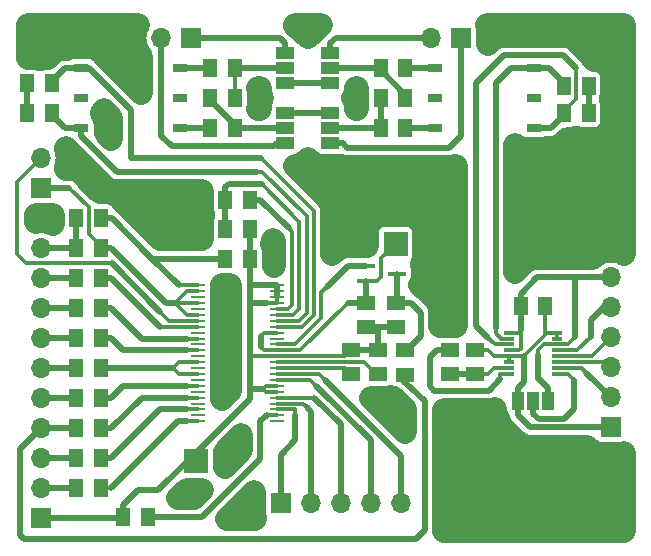
<source format=gbr>
G04 #@! TF.GenerationSoftware,KiCad,Pcbnew,(5.0.0-rc2-dev-420-gf42ca89bb)*
G04 #@! TF.CreationDate,2018-04-16T10:11:45+02:00*
G04 #@! TF.ProjectId,LTC6811Test,4C544336383131546573742E6B696361,REV 1*
G04 #@! TF.SameCoordinates,Original*
G04 #@! TF.FileFunction,Copper,L1,Top,Signal*
G04 #@! TF.FilePolarity,Positive*
%FSLAX46Y46*%
G04 Gerber Fmt 4.6, Leading zero omitted, Abs format (unit mm)*
G04 Created by KiCad (PCBNEW (5.0.0-rc2-dev-420-gf42ca89bb)) date 04/16/18 10:11:45*
%MOMM*%
%LPD*%
G01*
G04 APERTURE LIST*
%ADD10R,1.700000X1.700000*%
%ADD11O,1.700000X1.700000*%
%ADD12R,1.270000X0.760000*%
%ADD13R,1.500000X1.145000*%
%ADD14R,1.250000X0.250000*%
%ADD15R,1.145000X1.500000*%
%ADD16R,1.500000X1.000000*%
%ADD17R,1.000000X1.500000*%
%ADD18R,1.500000X0.450000*%
%ADD19R,0.900000X0.305000*%
%ADD20R,2.000000X2.000000*%
%ADD21C,0.500000*%
%ADD22C,0.300000*%
%ADD23C,0.550000*%
%ADD24C,2.000000*%
G04 APERTURE END LIST*
D10*
X102725000Y-107930000D03*
D11*
X102725000Y-105390000D03*
X102725000Y-102850000D03*
X102725000Y-100310000D03*
X102725000Y-97770000D03*
X102725000Y-95230000D03*
X102725000Y-92690000D03*
X102725000Y-90150000D03*
X102725000Y-87610000D03*
X102725000Y-85070000D03*
D12*
X136125000Y-74910000D03*
X144505000Y-74910000D03*
X136125000Y-72370000D03*
X144505000Y-72370000D03*
X136125000Y-69830000D03*
X144505000Y-69830000D03*
X106155000Y-74910000D03*
X114535000Y-74910000D03*
X106155000Y-72370000D03*
X114535000Y-72370000D03*
X106155000Y-69830000D03*
X114535000Y-69830000D03*
D11*
X112885000Y-67290000D03*
D10*
X115425000Y-67290000D03*
D13*
X132755000Y-89687500D03*
X132755000Y-91772500D03*
D14*
X122755000Y-88230000D03*
X116005000Y-88230000D03*
X122755000Y-88730000D03*
X116005000Y-88730000D03*
X122755000Y-89230000D03*
X116005000Y-89230000D03*
X122755000Y-89730000D03*
X116005000Y-89730000D03*
X122755000Y-90230000D03*
X116005000Y-90230000D03*
X122755000Y-90730000D03*
X116005000Y-90730000D03*
X122755000Y-91230000D03*
X116005000Y-91230000D03*
X122755000Y-91730000D03*
X116005000Y-91730000D03*
X122755000Y-92230000D03*
X116005000Y-92230000D03*
X122755000Y-92730000D03*
X116005000Y-92730000D03*
X122755000Y-93230000D03*
X116005000Y-93230000D03*
X122755000Y-93730000D03*
X116005000Y-93730000D03*
X122755000Y-94230000D03*
X116005000Y-94230000D03*
X122755000Y-94730000D03*
X116005000Y-94730000D03*
X122755000Y-95230000D03*
X116005000Y-95230000D03*
X122755000Y-95730000D03*
X116005000Y-95730000D03*
X122755000Y-96230000D03*
X116005000Y-96230000D03*
X122755000Y-96730000D03*
X116005000Y-96730000D03*
X122755000Y-97230000D03*
X116005000Y-97230000D03*
X122755000Y-97730000D03*
X116005000Y-97730000D03*
X122755000Y-98230000D03*
X116005000Y-98230000D03*
X122755000Y-98730000D03*
X116005000Y-98730000D03*
X122755000Y-99230000D03*
X116005000Y-99230000D03*
X122755000Y-99730000D03*
X116005000Y-99730000D03*
D15*
X107805000Y-100310000D03*
X105720000Y-100310000D03*
X101570000Y-71120000D03*
X103655000Y-71120000D03*
X147005000Y-71310500D03*
X149090000Y-71310500D03*
X145422500Y-89980000D03*
X143337500Y-89980000D03*
D13*
X128974200Y-93687500D03*
X128974200Y-95772500D03*
X131273600Y-95772500D03*
X131273600Y-93687500D03*
D15*
X120422500Y-85979000D03*
X118337500Y-85979000D03*
D13*
X130255000Y-89687500D03*
X130255000Y-91772500D03*
D10*
X138285000Y-67290000D03*
D11*
X135745000Y-67290000D03*
D10*
X150985000Y-100230000D03*
D11*
X150985000Y-97690000D03*
X150985000Y-95150000D03*
X150985000Y-92610000D03*
X150985000Y-90070000D03*
X150985000Y-87530000D03*
D10*
X102725000Y-79990000D03*
D11*
X102725000Y-77450000D03*
D10*
X123044000Y-106680000D03*
D11*
X125584000Y-106680000D03*
X128124000Y-106680000D03*
X130664000Y-106680000D03*
X133204000Y-106680000D03*
D16*
X123425000Y-76210000D03*
X123425000Y-74910000D03*
X123425000Y-73610000D03*
X127235000Y-76210000D03*
X127235000Y-74910000D03*
X127235000Y-73610000D03*
X123425000Y-71130000D03*
X123425000Y-69830000D03*
X123425000Y-68530000D03*
X127235000Y-71130000D03*
X127235000Y-69830000D03*
X127235000Y-68530000D03*
D17*
X143080000Y-97980000D03*
X144380000Y-97980000D03*
X145680000Y-97980000D03*
D18*
X130255000Y-86580000D03*
X130255000Y-87880000D03*
X132915000Y-87230000D03*
D15*
X119160000Y-74910000D03*
X117075000Y-74910000D03*
X133585000Y-74910000D03*
X131500000Y-74910000D03*
X103655000Y-73620000D03*
X101570000Y-73620000D03*
X149090000Y-73660000D03*
X147005000Y-73660000D03*
X117075000Y-72370000D03*
X119160000Y-72370000D03*
X131500000Y-72370000D03*
X133585000Y-72370000D03*
X117075000Y-69830000D03*
X119160000Y-69830000D03*
X131500000Y-69830000D03*
X133585000Y-69830000D03*
D13*
X137330000Y-95772500D03*
X137330000Y-93687500D03*
X139503200Y-95758000D03*
X139503200Y-93673000D03*
D15*
X105720000Y-82530000D03*
X107805000Y-82530000D03*
X107805000Y-85070000D03*
X105720000Y-85070000D03*
X105720000Y-87610000D03*
X107805000Y-87610000D03*
X107805000Y-90150000D03*
X105720000Y-90150000D03*
X107805000Y-92690000D03*
X105720000Y-92690000D03*
D13*
X133559600Y-93699500D03*
X133559600Y-95784500D03*
D15*
X107805000Y-95230000D03*
X105720000Y-95230000D03*
X105720000Y-97770000D03*
X107805000Y-97770000D03*
X105720000Y-102850000D03*
X107805000Y-102850000D03*
X107805000Y-105390000D03*
X105720000Y-105390000D03*
X120422500Y-80980000D03*
X118337500Y-80980000D03*
X111794200Y-107869360D03*
X109709200Y-107869360D03*
X120422500Y-83480000D03*
X118337500Y-83480000D03*
D19*
X142330000Y-95730000D03*
X146430000Y-95730000D03*
X142330000Y-95230000D03*
X146430000Y-95230000D03*
X142330000Y-94730000D03*
X146430000Y-94730000D03*
X142330000Y-94230000D03*
X146430000Y-94230000D03*
X142330000Y-93730000D03*
X146430000Y-93730000D03*
X142330000Y-93230000D03*
X146430000Y-93230000D03*
X142330000Y-92730000D03*
X146430000Y-92730000D03*
X142330000Y-92230000D03*
X146430000Y-92230000D03*
D20*
X132755000Y-84687500D03*
X115845640Y-103088440D03*
D21*
X101570000Y-73620000D02*
X101570000Y-71120000D01*
D22*
X125855000Y-90730000D02*
X125855000Y-81910000D01*
X122755000Y-91730000D02*
X124855000Y-91730000D01*
X124855000Y-91730000D02*
X125855000Y-90730000D01*
D21*
X104767500Y-69830000D02*
X103655000Y-70942500D01*
X103655000Y-70942500D02*
X103655000Y-71120000D01*
D22*
X125855000Y-81910000D02*
X121395000Y-77450000D01*
D21*
X106155000Y-69830000D02*
X104767500Y-69830000D01*
D22*
X106155000Y-69830000D02*
X106808000Y-69830000D01*
D21*
X106808000Y-69830000D02*
X110344000Y-73366000D01*
X121395000Y-77450000D02*
X110344000Y-77450000D01*
X110344000Y-73366000D02*
X110344000Y-77450000D01*
D22*
X141687498Y-92730000D02*
X141230000Y-92272502D01*
X142330000Y-92730000D02*
X141687498Y-92730000D01*
D21*
X141230000Y-71130000D02*
X142530000Y-69830000D01*
X142530000Y-69830000D02*
X144505000Y-69830000D01*
X144505000Y-69830000D02*
X145702000Y-69830000D01*
X145702000Y-69830000D02*
X147005000Y-71133000D01*
D22*
X147005000Y-71133000D02*
X147005000Y-71310500D01*
X141230000Y-92272502D02*
X141230000Y-91999200D01*
D21*
X141230000Y-71130000D02*
X141230000Y-91846000D01*
X149090000Y-71310500D02*
X149090000Y-73660000D01*
X143080000Y-99180000D02*
X144130000Y-100230000D01*
X143080000Y-97980000D02*
X143080000Y-99180000D01*
X144130000Y-100230000D02*
X150985000Y-100230000D01*
X143080000Y-97980000D02*
X143080000Y-96930000D01*
X143080000Y-96930000D02*
X143630000Y-96380000D01*
X143630000Y-96380000D02*
X143630000Y-94230000D01*
D22*
X142330000Y-94230000D02*
X142330000Y-94730000D01*
X145422500Y-92230000D02*
X145422500Y-92022500D01*
X145422500Y-92437500D02*
X145422500Y-92230000D01*
X146430000Y-92230000D02*
X145422500Y-92230000D01*
X143630000Y-94230000D02*
X145422500Y-92437500D01*
X142330000Y-94230000D02*
X143630000Y-94230000D01*
X146430000Y-92230000D02*
X146430000Y-92730000D01*
X145422500Y-92022500D02*
X145422500Y-89980000D01*
X141580000Y-94230000D02*
X142330000Y-94230000D01*
X141110200Y-94230000D02*
X141580000Y-94230000D01*
X140553200Y-93673000D02*
X141110200Y-94230000D01*
X139503200Y-93673000D02*
X140553200Y-93673000D01*
X144830000Y-93730000D02*
X145330000Y-93230000D01*
X145330000Y-93230000D02*
X146430000Y-93230000D01*
D21*
X145680000Y-97980000D02*
X145680000Y-96930000D01*
X145680000Y-96930000D02*
X144830000Y-96080000D01*
D22*
X143130000Y-92230000D02*
X143337500Y-92022500D01*
D21*
X143337500Y-92022500D02*
X143337500Y-89980000D01*
D22*
X142330000Y-92230000D02*
X143130000Y-92230000D01*
D21*
X149782919Y-87530000D02*
X150985000Y-87530000D01*
X143337500Y-88930000D02*
X144737500Y-87530000D01*
X143337500Y-89980000D02*
X143337500Y-88930000D01*
D22*
X144830000Y-96171600D02*
X144830000Y-96080000D01*
X143337500Y-93600100D02*
X143337500Y-92022500D01*
X142330000Y-93730000D02*
X143207600Y-93730000D01*
X143207600Y-93730000D02*
X143337500Y-93600100D01*
D21*
X144830000Y-96171600D02*
X144830000Y-94088800D01*
D22*
X144830000Y-93730000D02*
X144830000Y-94088800D01*
D21*
X147986800Y-87580800D02*
X148037600Y-87530000D01*
X147986800Y-92557600D02*
X147986800Y-87580800D01*
D22*
X147314400Y-93230000D02*
X147986800Y-92557600D01*
X146430000Y-93230000D02*
X147314400Y-93230000D01*
D21*
X144737500Y-87530000D02*
X148037600Y-87530000D01*
X148037600Y-87530000D02*
X149782919Y-87530000D01*
D22*
X123974200Y-94230000D02*
X128431700Y-94230000D01*
X128431700Y-94230000D02*
X128974200Y-93687500D01*
D21*
X128974200Y-93687500D02*
X131474200Y-93687500D01*
X120422500Y-94230000D02*
X120422500Y-89730000D01*
X120422500Y-96962500D02*
X120422500Y-94230000D01*
D22*
X122755000Y-94230000D02*
X120422500Y-94230000D01*
D21*
X120422500Y-89730000D02*
X120422500Y-88230000D01*
D22*
X122755000Y-89730000D02*
X121830000Y-89730000D01*
D21*
X120422500Y-88230000D02*
X120422500Y-85979000D01*
X122755000Y-88230000D02*
X121955000Y-88230000D01*
X120422500Y-85979000D02*
X120422500Y-83480000D01*
D22*
X122755000Y-89230000D02*
X122755000Y-89730000D01*
D21*
X122755000Y-88730000D02*
X122755000Y-89230000D01*
X122755000Y-88230000D02*
X122755000Y-88730000D01*
D22*
X121505000Y-96980000D02*
X121755000Y-97230000D01*
X121755000Y-97230000D02*
X122755000Y-97230000D01*
X121505000Y-96980000D02*
X121755000Y-96730000D01*
X121755000Y-96730000D02*
X122755000Y-96730000D01*
X109648560Y-107930000D02*
X109709200Y-107869360D01*
D21*
X102725000Y-107930000D02*
X109648560Y-107930000D01*
D22*
X109709200Y-107869360D02*
X109709200Y-107691860D01*
D21*
X109709200Y-106819360D02*
X109709200Y-107869360D01*
X110945840Y-105582720D02*
X109709200Y-106819360D01*
X112670640Y-105582720D02*
X110945840Y-105582720D01*
X121505000Y-96980000D02*
X120405000Y-96980000D01*
X120405000Y-96980000D02*
X120405000Y-97848360D01*
X121955000Y-88230000D02*
X120422500Y-88230000D01*
X121830000Y-89730000D02*
X120422500Y-89730000D01*
X120405000Y-97848360D02*
X116379040Y-101874320D01*
X116379040Y-101874320D02*
X112670640Y-105582720D01*
D22*
X116379040Y-102555040D02*
X115845640Y-103088440D01*
X116379040Y-101874320D02*
X116379040Y-102555040D01*
X123974200Y-94230000D02*
X122755000Y-94230000D01*
D21*
X132755000Y-91772500D02*
X131527600Y-91772500D01*
X131273600Y-93687500D02*
X131273600Y-92815000D01*
X131273600Y-92815000D02*
X131273600Y-91772500D01*
X131527600Y-91772500D02*
X131273600Y-91772500D01*
X131273600Y-91772500D02*
X130255000Y-91772500D01*
D22*
X123974200Y-95230000D02*
X128431700Y-95230000D01*
X128431700Y-95230000D02*
X128974200Y-95772500D01*
X123974200Y-95230000D02*
X122755000Y-95230000D01*
X131096100Y-95772500D02*
X131273600Y-95772500D01*
X130065600Y-94742000D02*
X131096100Y-95772500D01*
X124517200Y-94742000D02*
X130065600Y-94742000D01*
X124505200Y-94730000D02*
X124517200Y-94742000D01*
X122755000Y-94730000D02*
X124505200Y-94730000D01*
D21*
X107805000Y-82530000D02*
X108705000Y-82530000D01*
D22*
X116004990Y-88229990D02*
X116005000Y-88230000D01*
X114404990Y-88229990D02*
X116004990Y-88229990D01*
D21*
X112154000Y-85979000D02*
X112071200Y-85896200D01*
X118337500Y-85979000D02*
X112154000Y-85979000D01*
X108705000Y-82530000D02*
X112071200Y-85896200D01*
X112071200Y-85896200D02*
X114404990Y-88229990D01*
D22*
X131147500Y-87880000D02*
X131505000Y-87522500D01*
X130255000Y-87880000D02*
X131147500Y-87880000D01*
X131505000Y-87522500D02*
X131505000Y-85937500D01*
X131505000Y-85937500D02*
X132755000Y-84687500D01*
D21*
X130255000Y-89687500D02*
X130255000Y-87880000D01*
D22*
X121655000Y-92230000D02*
X121355000Y-92530000D01*
X122755000Y-92230000D02*
X121655000Y-92230000D01*
D21*
X121355000Y-92530000D02*
X121355000Y-93430000D01*
D22*
X121355000Y-93430000D02*
X121655000Y-93730000D01*
X121655000Y-93730000D02*
X122755000Y-93730000D01*
X122755000Y-93730000D02*
X124655000Y-93730000D01*
D21*
X128697500Y-89687500D02*
X130255000Y-89687500D01*
D22*
X124655000Y-93730000D02*
X128697500Y-89687500D01*
D21*
X132915000Y-87230000D02*
X132915000Y-89527500D01*
X132915000Y-89527500D02*
X132755000Y-89687500D01*
X134042300Y-89687500D02*
X132755000Y-89687500D01*
X134880400Y-90525600D02*
X134042300Y-89687500D01*
X134880400Y-92556200D02*
X134880400Y-92354400D01*
X133737100Y-93699500D02*
X134880400Y-92556200D01*
X133559600Y-93699500D02*
X133737100Y-93699500D01*
X134880400Y-92354400D02*
X134880400Y-90525600D01*
X112885000Y-67290000D02*
X112885000Y-75545000D01*
X123425000Y-76210000D02*
X122729200Y-76210000D01*
X122729200Y-76210000D02*
X122485200Y-76454000D01*
X113794000Y-76454000D02*
X112885000Y-75545000D01*
X122485200Y-76454000D02*
X113794000Y-76454000D01*
X115425000Y-67290000D02*
X122985000Y-67290000D01*
X122985000Y-67290000D02*
X123425000Y-67730000D01*
X123425000Y-67730000D02*
X123425000Y-68530000D01*
X138285000Y-67290000D02*
X138285000Y-75545000D01*
X128285000Y-76210000D02*
X128630600Y-76555600D01*
X127235000Y-76210000D02*
X128285000Y-76210000D01*
X137274400Y-76555600D02*
X138285000Y-75545000D01*
X128630600Y-76555600D02*
X137274400Y-76555600D01*
X135745000Y-67290000D02*
X127675000Y-67290000D01*
X127675000Y-67290000D02*
X127235000Y-67730000D01*
X127235000Y-67730000D02*
X127235000Y-68530000D01*
D22*
X106762500Y-81619998D02*
X106762500Y-83850000D01*
X106762500Y-83850000D02*
X107805000Y-84892500D01*
D21*
X107805000Y-84892500D02*
X107805000Y-85070000D01*
X102725000Y-79990000D02*
X105132502Y-79990000D01*
D22*
X105132502Y-79990000D02*
X106762500Y-81619998D01*
X115080000Y-90730000D02*
X114080000Y-89730000D01*
D21*
X114080000Y-89730000D02*
X113337500Y-89730000D01*
X113337500Y-89730000D02*
X114105000Y-89730000D01*
X114105000Y-89705000D02*
X114105000Y-89730000D01*
X107805000Y-85070000D02*
X108677500Y-85070000D01*
X108677500Y-85070000D02*
X113337500Y-89730000D01*
D22*
X115080000Y-88730000D02*
X114105000Y-89705000D01*
X116005000Y-90730000D02*
X115080000Y-90730000D01*
X115080000Y-89730000D02*
X116005000Y-89730000D01*
X114105000Y-89730000D02*
X115080000Y-89730000D01*
X116005000Y-88730000D02*
X115080000Y-88730000D01*
X100725000Y-79450000D02*
X100725000Y-85570000D01*
X102725000Y-77450000D02*
X100725000Y-79450000D01*
X100725000Y-85570000D02*
X101495000Y-86340000D01*
X101495000Y-86340000D02*
X108715000Y-86340000D01*
X113605000Y-91230000D02*
X116005000Y-91230000D01*
X108715000Y-86340000D02*
X108715000Y-86341360D01*
D21*
X108715000Y-86341360D02*
X112843360Y-90469720D01*
D22*
X112844720Y-90469720D02*
X113605000Y-91230000D01*
X112843360Y-90469720D02*
X112844720Y-90469720D01*
D21*
X123044000Y-102565200D02*
X124255000Y-101354200D01*
X123044000Y-106680000D02*
X123044000Y-102565200D01*
X124255000Y-101354200D02*
X124255000Y-99220600D01*
D22*
X124255000Y-98730000D02*
X122755000Y-98730000D01*
X124255000Y-99220600D02*
X124255000Y-98730000D01*
X125584000Y-98961000D02*
X125585000Y-98960000D01*
D21*
X125584000Y-106680000D02*
X125584000Y-98961000D01*
D22*
X125584000Y-98961000D02*
X125584000Y-98958400D01*
X125584000Y-98961000D02*
X125584000Y-98907600D01*
D21*
X125584000Y-98907600D02*
X125228400Y-98552000D01*
D22*
X124906400Y-98230000D02*
X125228400Y-98552000D01*
X122755000Y-98230000D02*
X124906400Y-98230000D01*
D21*
X128124000Y-99974400D02*
X128124000Y-106680000D01*
D22*
X122755000Y-97730000D02*
X125879600Y-97730000D01*
D21*
X125879600Y-97730000D02*
X128124000Y-99974400D01*
X130664000Y-101346000D02*
X130664000Y-106680000D01*
D22*
X122755000Y-96230000D02*
X125548000Y-96230000D01*
D21*
X130664000Y-101346000D02*
X126041200Y-96723200D01*
D22*
X125548000Y-96230000D02*
X126041200Y-96723200D01*
X122755000Y-95730000D02*
X126267200Y-95730000D01*
D21*
X133204000Y-102666800D02*
X133204000Y-106680000D01*
D22*
X126267200Y-95730000D02*
X126803200Y-96266000D01*
D21*
X126803200Y-96266000D02*
X133204000Y-102666800D01*
X102725000Y-105390000D02*
X105720000Y-105390000D01*
X102725000Y-102850000D02*
X105720000Y-102850000D01*
X102725000Y-100310000D02*
X105720000Y-100310000D01*
X101875001Y-101159999D02*
X101875001Y-101178999D01*
X102725000Y-100310000D02*
X101875001Y-101159999D01*
X101875001Y-101178999D02*
X100946000Y-102108000D01*
X100946000Y-102108000D02*
X100946000Y-109151000D01*
X100946000Y-109151000D02*
X100946000Y-109321600D01*
X100946000Y-109321600D02*
X101301600Y-109677200D01*
X134457800Y-109677200D02*
X135205000Y-108930000D01*
X101301600Y-109677200D02*
X134457800Y-109677200D01*
X135205000Y-98045000D02*
X135205000Y-108930000D01*
X135205000Y-98045000D02*
X133974200Y-96814200D01*
D22*
X133559600Y-96316800D02*
X133559600Y-95784500D01*
D21*
X133508800Y-96367600D02*
X133559600Y-96316800D01*
X133974200Y-96814200D02*
X133955400Y-96814200D01*
X133955400Y-96814200D02*
X133508800Y-96367600D01*
X102725000Y-97770000D02*
X105720000Y-97770000D01*
X102725000Y-95230000D02*
X105720000Y-95230000D01*
X102725000Y-92690000D02*
X105720000Y-92690000D01*
X102725000Y-90150000D02*
X105720000Y-90150000D01*
X102725000Y-87610000D02*
X105720000Y-87610000D01*
X105720000Y-85070000D02*
X105720000Y-82530000D01*
X102725000Y-85070000D02*
X105720000Y-85070000D01*
X119160000Y-74910000D02*
X123425000Y-74910000D01*
D22*
X117075000Y-72370000D02*
X117075000Y-72547500D01*
D21*
X117075000Y-72547500D02*
X119160000Y-74632500D01*
D22*
X119160000Y-74632500D02*
X119160000Y-74910000D01*
D21*
X123425000Y-73610000D02*
X127235000Y-73610000D01*
X131500000Y-74910000D02*
X131500000Y-72370000D01*
X127235000Y-74910000D02*
X131500000Y-74910000D01*
X123425000Y-71130000D02*
X127235000Y-71130000D01*
X119160000Y-69830000D02*
X123425000Y-69830000D01*
D22*
X119160000Y-72370000D02*
X119160000Y-69830000D01*
D21*
X127235000Y-69830000D02*
X131500000Y-69830000D01*
D22*
X131500000Y-69830000D02*
X131500000Y-70007500D01*
D21*
X131500000Y-70007500D02*
X133585000Y-72092500D01*
D22*
X133585000Y-72092500D02*
X133585000Y-72370000D01*
D21*
X144880000Y-99580000D02*
X144380000Y-99080000D01*
X146980000Y-99580000D02*
X144880000Y-99580000D01*
X147830000Y-98730000D02*
X146980000Y-99580000D01*
X147830000Y-96230000D02*
X147830000Y-98730000D01*
D22*
X146430000Y-95730000D02*
X147330000Y-95730000D01*
X147330000Y-95730000D02*
X147830000Y-96230000D01*
D21*
X144380000Y-99080000D02*
X144380000Y-97980000D01*
X130255000Y-86580000D02*
X128705000Y-86580000D01*
D22*
X128705000Y-86580000D02*
X128705000Y-86591800D01*
D21*
X128705000Y-86591800D02*
X126955600Y-88341200D01*
D22*
X126466800Y-88830000D02*
X126955600Y-88341200D01*
X126455000Y-88830000D02*
X126466800Y-88830000D01*
X126455000Y-91030000D02*
X126455000Y-88830000D01*
X122755000Y-93230000D02*
X124255000Y-93230000D01*
X124255000Y-93230000D02*
X126455000Y-91030000D01*
D21*
X114535000Y-74910000D02*
X117075000Y-74910000D01*
X133585000Y-74910000D02*
X136125000Y-74910000D01*
X106155000Y-74910000D02*
X104767500Y-74910000D01*
X104767500Y-74910000D02*
X103655000Y-73797500D01*
X103655000Y-73797500D02*
X103655000Y-73620000D01*
X106155000Y-75590000D02*
X109152600Y-78587600D01*
X106155000Y-74910000D02*
X106155000Y-75590000D01*
X109152600Y-78587600D02*
X120453200Y-78587600D01*
X120453200Y-78587600D02*
X121062800Y-78587600D01*
D22*
X124555000Y-91230000D02*
X122755000Y-91230000D01*
X125255000Y-90530000D02*
X124555000Y-91230000D01*
X125255000Y-82373400D02*
X125255000Y-90530000D01*
X121062800Y-78587600D02*
X121469200Y-78587600D01*
X121469200Y-78587600D02*
X125255000Y-82373400D01*
D21*
X146930000Y-68730000D02*
X148030000Y-69830000D01*
D22*
X148030000Y-69830000D02*
X148030000Y-72457500D01*
X148030000Y-72457500D02*
X147005000Y-73482500D01*
D21*
X147005000Y-73482500D02*
X147005000Y-73660000D01*
X144505000Y-74910000D02*
X145932500Y-74910000D01*
X145932500Y-74910000D02*
X147005000Y-73837500D01*
X147005000Y-73837500D02*
X147005000Y-73660000D01*
D22*
X142951192Y-68730000D02*
X142948792Y-68732400D01*
D21*
X142948792Y-68732400D02*
X141941600Y-68732400D01*
X146930000Y-68730000D02*
X142951192Y-68730000D01*
X141941600Y-68732400D02*
X139554000Y-71120000D01*
D23*
X139554000Y-71120000D02*
X139554000Y-91454000D01*
D21*
X139554000Y-91454000D02*
X139554000Y-91643200D01*
X139554000Y-91643200D02*
X140620800Y-92710000D01*
D22*
X141140800Y-93230000D02*
X140620800Y-92710000D01*
X142330000Y-93230000D02*
X141140800Y-93230000D01*
D21*
X114535000Y-69830000D02*
X117075000Y-69830000D01*
X133585000Y-69830000D02*
X136125000Y-69830000D01*
X139488700Y-95772500D02*
X139503200Y-95758000D01*
X137330000Y-95772500D02*
X139488700Y-95772500D01*
D22*
X141580000Y-95230000D02*
X142330000Y-95230000D01*
X141081200Y-95230000D02*
X141580000Y-95230000D01*
X140553200Y-95758000D02*
X141081200Y-95230000D01*
X139503200Y-95758000D02*
X140553200Y-95758000D01*
X142330000Y-95730000D02*
X141630000Y-95730000D01*
D21*
X137152500Y-93687500D02*
X137330000Y-93687500D01*
X136280000Y-93687500D02*
X135642400Y-94325100D01*
X137330000Y-93687500D02*
X136280000Y-93687500D01*
X135642400Y-94325100D02*
X135642400Y-96774000D01*
X135642400Y-96774000D02*
X135998000Y-97129600D01*
X135998000Y-97129600D02*
X140671600Y-97129600D01*
D22*
X141630000Y-96171200D02*
X141630000Y-95730000D01*
D21*
X140671600Y-97129600D02*
X141630000Y-96171200D01*
X107805000Y-87610000D02*
X108677500Y-87610000D01*
X108677500Y-87610000D02*
X112797500Y-91730000D01*
D22*
X115080000Y-91730000D02*
X116005000Y-91730000D01*
X112797500Y-91730000D02*
X115080000Y-91730000D01*
D21*
X107805000Y-90150000D02*
X108677500Y-90150000D01*
X108677500Y-90150000D02*
X111257500Y-92730000D01*
D22*
X115080000Y-92730000D02*
X116005000Y-92730000D01*
D21*
X111257500Y-92730000D02*
X115080000Y-92730000D01*
X107805000Y-92690000D02*
X108677500Y-92690000D01*
X108677500Y-92690000D02*
X109717500Y-93730000D01*
X109717500Y-93730000D02*
X115080000Y-93730000D01*
D22*
X115080000Y-93730000D02*
X116005000Y-93730000D01*
D21*
X113905000Y-95230000D02*
X107805000Y-95230000D01*
D22*
X113905000Y-95230000D02*
X114405000Y-95730000D01*
X114405000Y-94730000D02*
X113905000Y-95230000D01*
X114405000Y-95730000D02*
X116005000Y-95730000D01*
X116005000Y-94730000D02*
X114405000Y-94730000D01*
D21*
X107805000Y-97770000D02*
X108677500Y-97770000D01*
X108677500Y-97770000D02*
X109717500Y-96730000D01*
D22*
X115080000Y-96730000D02*
X116005000Y-96730000D01*
D21*
X109717500Y-96730000D02*
X115080000Y-96730000D01*
X107805000Y-100310000D02*
X108677500Y-100310000D01*
X108677500Y-100310000D02*
X111257500Y-97730000D01*
D22*
X115080000Y-97730000D02*
X116005000Y-97730000D01*
D21*
X111257500Y-97730000D02*
X115080000Y-97730000D01*
X107805000Y-102850000D02*
X108677500Y-102850000D01*
X108677500Y-102850000D02*
X112797500Y-98730000D01*
X112797500Y-98730000D02*
X115080000Y-98730000D01*
D22*
X115080000Y-98730000D02*
X116005000Y-98730000D01*
D21*
X108645000Y-105390000D02*
X114305000Y-99730000D01*
D22*
X107805000Y-105390000D02*
X108645000Y-105390000D01*
D21*
X114305000Y-99730000D02*
X115080000Y-99730000D01*
D22*
X115080000Y-99730000D02*
X116005000Y-99730000D01*
X123680000Y-90230000D02*
X122755000Y-90230000D01*
X124004990Y-89905010D02*
X123680000Y-90230000D01*
X124004990Y-83689990D02*
X124004990Y-89905010D01*
D21*
X121295000Y-80980000D02*
X123704400Y-83389400D01*
X120422500Y-80980000D02*
X121295000Y-80980000D01*
D22*
X123704400Y-83389400D02*
X124004990Y-83689990D01*
D21*
X118337500Y-83480000D02*
X118337500Y-80980000D01*
D22*
X124104980Y-90730000D02*
X123680000Y-90730000D01*
D21*
X118337500Y-80980000D02*
X118337500Y-79930000D01*
X118337500Y-79930000D02*
X118637510Y-79629990D01*
X118637510Y-79629990D02*
X121404990Y-79629990D01*
D22*
X123680000Y-90730000D02*
X122755000Y-90730000D01*
X121404990Y-79629990D02*
X124604990Y-82829990D01*
X124604990Y-82829990D02*
X124604990Y-90229990D01*
X124604990Y-90229990D02*
X124104980Y-90730000D01*
X121830000Y-99230000D02*
X122755000Y-99230000D01*
D21*
X116332682Y-107869360D02*
X121311720Y-102890322D01*
X111794200Y-107869360D02*
X116332682Y-107869360D01*
X121311720Y-99748280D02*
X121830000Y-99230000D01*
X121311720Y-102890322D02*
X121311720Y-99748280D01*
X148901200Y-95606200D02*
X150985000Y-97690000D01*
D22*
X148901200Y-95605600D02*
X148901200Y-95606200D01*
X146430000Y-95230000D02*
X148525600Y-95230000D01*
X148525600Y-95230000D02*
X148901200Y-95605600D01*
X146430000Y-94730000D02*
X150565000Y-94730000D01*
X150565000Y-94730000D02*
X150985000Y-95150000D01*
X146430000Y-94230000D02*
X149365000Y-94230000D01*
X149365000Y-94230000D02*
X150985000Y-92610000D01*
X148130000Y-93730000D02*
X149280000Y-92580000D01*
X146430000Y-93730000D02*
X148130000Y-93730000D01*
D21*
X149280000Y-92580000D02*
X149280000Y-91180000D01*
X149280000Y-91180000D02*
X150390000Y-90070000D01*
D22*
X150390000Y-90070000D02*
X150985000Y-90070000D01*
D24*
G36*
X141152573Y-98730000D02*
X141261229Y-99276253D01*
X141482772Y-99607815D01*
X141525734Y-99823798D01*
X141890418Y-100369583D01*
X142028185Y-100461636D01*
X142848363Y-101281815D01*
X142940417Y-101419583D01*
X143486202Y-101784266D01*
X143967491Y-101880000D01*
X143967495Y-101880000D01*
X144129999Y-101912324D01*
X144292503Y-101880000D01*
X148985778Y-101880000D01*
X149125657Y-102089343D01*
X149588747Y-102398771D01*
X150135000Y-102507427D01*
X151835000Y-102507427D01*
X152075001Y-102459688D01*
X152075001Y-109020000D01*
X136869422Y-109020000D01*
X136887324Y-108930001D01*
X136855000Y-108767497D01*
X136855000Y-98779600D01*
X140509096Y-98779600D01*
X140671600Y-98811924D01*
X140834104Y-98779600D01*
X140834109Y-98779600D01*
X141152573Y-98716254D01*
X141152573Y-98730000D01*
X141152573Y-98730000D01*
G37*
X141152573Y-98730000D02*
X141261229Y-99276253D01*
X141482772Y-99607815D01*
X141525734Y-99823798D01*
X141890418Y-100369583D01*
X142028185Y-100461636D01*
X142848363Y-101281815D01*
X142940417Y-101419583D01*
X143486202Y-101784266D01*
X143967491Y-101880000D01*
X143967495Y-101880000D01*
X144129999Y-101912324D01*
X144292503Y-101880000D01*
X148985778Y-101880000D01*
X149125657Y-102089343D01*
X149588747Y-102398771D01*
X150135000Y-102507427D01*
X151835000Y-102507427D01*
X152075001Y-102459688D01*
X152075001Y-109020000D01*
X136869422Y-109020000D01*
X136887324Y-108930001D01*
X136855000Y-108767497D01*
X136855000Y-98779600D01*
X140509096Y-98779600D01*
X140671600Y-98811924D01*
X140834104Y-98779600D01*
X140834109Y-98779600D01*
X141152573Y-98716254D01*
X141152573Y-98730000D01*
G36*
X120766573Y-105830000D02*
X120766573Y-107530000D01*
X120865472Y-108027200D01*
X118508293Y-108027200D01*
X120781739Y-105753755D01*
X120766573Y-105830000D01*
X120766573Y-105830000D01*
G37*
X120766573Y-105830000D02*
X120766573Y-107530000D01*
X120865472Y-108027200D01*
X118508293Y-108027200D01*
X120781739Y-105753755D01*
X120766573Y-105830000D01*
G36*
X115649231Y-106219360D02*
X114367451Y-106219360D01*
X115070944Y-105515867D01*
X116352724Y-105515867D01*
X115649231Y-106219360D01*
X115649231Y-106219360D01*
G37*
X115649231Y-106219360D02*
X114367451Y-106219360D01*
X115070944Y-105515867D01*
X116352724Y-105515867D01*
X115649231Y-106219360D01*
G36*
X119661720Y-102206869D02*
X118273067Y-103595523D01*
X118273067Y-102313744D01*
X119661721Y-100925091D01*
X119661720Y-102206869D01*
X119661720Y-102206869D01*
G37*
X119661720Y-102206869D02*
X118273067Y-103595523D01*
X118273067Y-102313744D01*
X119661721Y-100925091D01*
X119661720Y-102206869D01*
G36*
X132538189Y-97730440D02*
X132673761Y-97866012D01*
X132765817Y-98003783D01*
X132960244Y-98133695D01*
X133555000Y-98728452D01*
X133555000Y-100684348D01*
X130643079Y-97772427D01*
X132023600Y-97772427D01*
X132386436Y-97700255D01*
X132538189Y-97730440D01*
X132538189Y-97730440D01*
G37*
X132538189Y-97730440D02*
X132673761Y-97866012D01*
X132765817Y-98003783D01*
X132960244Y-98133695D01*
X133555000Y-98728452D01*
X133555000Y-100684348D01*
X130643079Y-97772427D01*
X132023600Y-97772427D01*
X132386436Y-97700255D01*
X132538189Y-97730440D01*
G36*
X118740175Y-88230000D02*
X118772500Y-88392508D01*
X118772500Y-89567491D01*
X118740175Y-89730000D01*
X118772501Y-89892514D01*
X118772500Y-94392508D01*
X118772501Y-94392512D01*
X118772500Y-96729511D01*
X118722675Y-96980000D01*
X118755000Y-97142509D01*
X118755000Y-97164907D01*
X118055570Y-97864338D01*
X118057427Y-97855000D01*
X118057427Y-97605000D01*
X118032563Y-97480000D01*
X118057427Y-97355000D01*
X118057427Y-97105000D01*
X118032563Y-96980000D01*
X118057427Y-96855000D01*
X118057427Y-96605000D01*
X118032563Y-96480000D01*
X118057427Y-96355000D01*
X118057427Y-96105000D01*
X118032563Y-95980000D01*
X118057427Y-95855000D01*
X118057427Y-95605000D01*
X118032563Y-95480000D01*
X118057427Y-95355000D01*
X118057427Y-95105000D01*
X118032563Y-94980000D01*
X118057427Y-94855000D01*
X118057427Y-94605000D01*
X118032563Y-94480000D01*
X118057427Y-94355000D01*
X118057427Y-94105000D01*
X118032563Y-93980000D01*
X118057427Y-93855000D01*
X118057427Y-93605000D01*
X118032563Y-93480000D01*
X118057427Y-93355000D01*
X118057427Y-93105000D01*
X118032563Y-92980000D01*
X118057427Y-92855000D01*
X118057427Y-92605000D01*
X118032563Y-92480000D01*
X118057427Y-92355000D01*
X118057427Y-92105000D01*
X118032563Y-91980000D01*
X118057427Y-91855000D01*
X118057427Y-91605000D01*
X118032563Y-91480000D01*
X118057427Y-91355000D01*
X118057427Y-91105000D01*
X118032563Y-90980000D01*
X118057427Y-90855000D01*
X118057427Y-90605000D01*
X118032563Y-90480000D01*
X118057427Y-90355000D01*
X118057427Y-90105000D01*
X118032563Y-89980000D01*
X118057427Y-89855000D01*
X118057427Y-89605000D01*
X118032563Y-89480000D01*
X118057427Y-89355000D01*
X118057427Y-89105000D01*
X118032563Y-88980000D01*
X118057427Y-88855000D01*
X118057427Y-88605000D01*
X118032563Y-88480000D01*
X118057427Y-88355000D01*
X118057427Y-88156427D01*
X118754810Y-88156427D01*
X118740175Y-88230000D01*
X118740175Y-88230000D01*
G37*
X118740175Y-88230000D02*
X118772500Y-88392508D01*
X118772500Y-89567491D01*
X118740175Y-89730000D01*
X118772501Y-89892514D01*
X118772500Y-94392508D01*
X118772501Y-94392512D01*
X118772500Y-96729511D01*
X118722675Y-96980000D01*
X118755000Y-97142509D01*
X118755000Y-97164907D01*
X118055570Y-97864338D01*
X118057427Y-97855000D01*
X118057427Y-97605000D01*
X118032563Y-97480000D01*
X118057427Y-97355000D01*
X118057427Y-97105000D01*
X118032563Y-96980000D01*
X118057427Y-96855000D01*
X118057427Y-96605000D01*
X118032563Y-96480000D01*
X118057427Y-96355000D01*
X118057427Y-96105000D01*
X118032563Y-95980000D01*
X118057427Y-95855000D01*
X118057427Y-95605000D01*
X118032563Y-95480000D01*
X118057427Y-95355000D01*
X118057427Y-95105000D01*
X118032563Y-94980000D01*
X118057427Y-94855000D01*
X118057427Y-94605000D01*
X118032563Y-94480000D01*
X118057427Y-94355000D01*
X118057427Y-94105000D01*
X118032563Y-93980000D01*
X118057427Y-93855000D01*
X118057427Y-93605000D01*
X118032563Y-93480000D01*
X118057427Y-93355000D01*
X118057427Y-93105000D01*
X118032563Y-92980000D01*
X118057427Y-92855000D01*
X118057427Y-92605000D01*
X118032563Y-92480000D01*
X118057427Y-92355000D01*
X118057427Y-92105000D01*
X118032563Y-91980000D01*
X118057427Y-91855000D01*
X118057427Y-91605000D01*
X118032563Y-91480000D01*
X118057427Y-91355000D01*
X118057427Y-91105000D01*
X118032563Y-90980000D01*
X118057427Y-90855000D01*
X118057427Y-90605000D01*
X118032563Y-90480000D01*
X118057427Y-90355000D01*
X118057427Y-90105000D01*
X118032563Y-89980000D01*
X118057427Y-89855000D01*
X118057427Y-89605000D01*
X118032563Y-89480000D01*
X118057427Y-89355000D01*
X118057427Y-89105000D01*
X118032563Y-88980000D01*
X118057427Y-88855000D01*
X118057427Y-88605000D01*
X118032563Y-88480000D01*
X118057427Y-88355000D01*
X118057427Y-88156427D01*
X118754810Y-88156427D01*
X118740175Y-88230000D01*
G36*
X125475657Y-77719343D02*
X125938747Y-78028771D01*
X126485000Y-78137427D01*
X127985000Y-78137427D01*
X128055181Y-78123467D01*
X128468091Y-78205600D01*
X128468095Y-78205600D01*
X128630599Y-78237924D01*
X128793103Y-78205600D01*
X137111896Y-78205600D01*
X137274400Y-78237924D01*
X137436904Y-78205600D01*
X137436909Y-78205600D01*
X137879000Y-78117663D01*
X137879001Y-91606375D01*
X137871676Y-91643200D01*
X137880502Y-91687573D01*
X136580000Y-91687573D01*
X136530400Y-91697439D01*
X136530400Y-90688103D01*
X136562724Y-90525599D01*
X136530400Y-90363095D01*
X136530400Y-90363091D01*
X136434666Y-89881802D01*
X136069983Y-89336017D01*
X135932215Y-89243963D01*
X135323938Y-88635687D01*
X135231883Y-88497917D01*
X134830924Y-88230004D01*
X134983771Y-88001253D01*
X135092427Y-87455000D01*
X135092427Y-87005000D01*
X134983771Y-86458747D01*
X134953603Y-86413597D01*
X135073771Y-86233753D01*
X135182427Y-85687500D01*
X135182427Y-83687500D01*
X135073771Y-83141247D01*
X134764343Y-82678157D01*
X134301253Y-82368729D01*
X133755000Y-82260073D01*
X131755000Y-82260073D01*
X131208747Y-82368729D01*
X130745657Y-82678157D01*
X130436229Y-83141247D01*
X130327573Y-83687500D01*
X130327573Y-84909719D01*
X130315643Y-84927573D01*
X129505000Y-84927573D01*
X129492799Y-84930000D01*
X128808180Y-84930000D01*
X128704999Y-84909476D01*
X128601818Y-84930000D01*
X128542491Y-84930000D01*
X128061202Y-85025734D01*
X127515417Y-85390417D01*
X127405000Y-85555667D01*
X127405000Y-82062658D01*
X127435366Y-81909999D01*
X127377681Y-81619997D01*
X127315068Y-81305220D01*
X126972488Y-80792512D01*
X126843066Y-80706035D01*
X124257956Y-78120926D01*
X124721253Y-78028771D01*
X125184343Y-77719343D01*
X125330000Y-77501353D01*
X125475657Y-77719343D01*
X125475657Y-77719343D01*
G37*
X125475657Y-77719343D02*
X125938747Y-78028771D01*
X126485000Y-78137427D01*
X127985000Y-78137427D01*
X128055181Y-78123467D01*
X128468091Y-78205600D01*
X128468095Y-78205600D01*
X128630599Y-78237924D01*
X128793103Y-78205600D01*
X137111896Y-78205600D01*
X137274400Y-78237924D01*
X137436904Y-78205600D01*
X137436909Y-78205600D01*
X137879000Y-78117663D01*
X137879001Y-91606375D01*
X137871676Y-91643200D01*
X137880502Y-91687573D01*
X136580000Y-91687573D01*
X136530400Y-91697439D01*
X136530400Y-90688103D01*
X136562724Y-90525599D01*
X136530400Y-90363095D01*
X136530400Y-90363091D01*
X136434666Y-89881802D01*
X136069983Y-89336017D01*
X135932215Y-89243963D01*
X135323938Y-88635687D01*
X135231883Y-88497917D01*
X134830924Y-88230004D01*
X134983771Y-88001253D01*
X135092427Y-87455000D01*
X135092427Y-87005000D01*
X134983771Y-86458747D01*
X134953603Y-86413597D01*
X135073771Y-86233753D01*
X135182427Y-85687500D01*
X135182427Y-83687500D01*
X135073771Y-83141247D01*
X134764343Y-82678157D01*
X134301253Y-82368729D01*
X133755000Y-82260073D01*
X131755000Y-82260073D01*
X131208747Y-82368729D01*
X130745657Y-82678157D01*
X130436229Y-83141247D01*
X130327573Y-83687500D01*
X130327573Y-84909719D01*
X130315643Y-84927573D01*
X129505000Y-84927573D01*
X129492799Y-84930000D01*
X128808180Y-84930000D01*
X128704999Y-84909476D01*
X128601818Y-84930000D01*
X128542491Y-84930000D01*
X128061202Y-85025734D01*
X127515417Y-85390417D01*
X127405000Y-85555667D01*
X127405000Y-82062658D01*
X127435366Y-81909999D01*
X127377681Y-81619997D01*
X127315068Y-81305220D01*
X126972488Y-80792512D01*
X126843066Y-80706035D01*
X124257956Y-78120926D01*
X124721253Y-78028771D01*
X125184343Y-77719343D01*
X125330000Y-77501353D01*
X125475657Y-77719343D01*
G36*
X152075000Y-85552263D02*
X151862906Y-85410546D01*
X151206606Y-85280000D01*
X150763394Y-85280000D01*
X150107094Y-85410546D01*
X149404506Y-85880000D01*
X148200103Y-85880000D01*
X148037599Y-85847676D01*
X147875095Y-85880000D01*
X144900004Y-85880000D01*
X144737500Y-85847676D01*
X144574996Y-85880000D01*
X144574991Y-85880000D01*
X144093702Y-85975734D01*
X143547917Y-86340417D01*
X143455863Y-86478185D01*
X142880000Y-87054048D01*
X142880000Y-76312268D01*
X143323747Y-76608771D01*
X143870000Y-76717427D01*
X145140000Y-76717427D01*
X145686253Y-76608771D01*
X145759244Y-76560000D01*
X145769996Y-76560000D01*
X145932500Y-76592324D01*
X146095004Y-76560000D01*
X146095009Y-76560000D01*
X146576298Y-76464266D01*
X147122083Y-76099583D01*
X147214138Y-75961813D01*
X147338525Y-75837427D01*
X147577500Y-75837427D01*
X148047500Y-75743939D01*
X148517500Y-75837427D01*
X149662500Y-75837427D01*
X150208753Y-75728771D01*
X150671843Y-75419343D01*
X150981271Y-74956253D01*
X151089927Y-74410000D01*
X151089927Y-72910000D01*
X151005439Y-72485250D01*
X151089927Y-72060500D01*
X151089927Y-70560500D01*
X150981271Y-70014247D01*
X150671843Y-69551157D01*
X150208753Y-69241729D01*
X149662500Y-69133073D01*
X149548767Y-69133073D01*
X149311637Y-68778185D01*
X148211638Y-67678187D01*
X148119583Y-67540417D01*
X147573798Y-67175734D01*
X147092509Y-67080000D01*
X147092504Y-67080000D01*
X146930000Y-67047676D01*
X146767496Y-67080000D01*
X142788683Y-67080000D01*
X142776617Y-67082400D01*
X142104103Y-67082400D01*
X141941599Y-67050076D01*
X141779095Y-67082400D01*
X141779091Y-67082400D01*
X141297802Y-67178134D01*
X141297800Y-67178135D01*
X141297801Y-67178135D01*
X140889784Y-67450763D01*
X140889782Y-67450765D01*
X140752017Y-67542817D01*
X140659965Y-67680582D01*
X140562427Y-67778120D01*
X140562427Y-66440000D01*
X140514688Y-66200000D01*
X152075000Y-66200000D01*
X152075000Y-85552263D01*
X152075000Y-85552263D01*
G37*
X152075000Y-85552263D02*
X151862906Y-85410546D01*
X151206606Y-85280000D01*
X150763394Y-85280000D01*
X150107094Y-85410546D01*
X149404506Y-85880000D01*
X148200103Y-85880000D01*
X148037599Y-85847676D01*
X147875095Y-85880000D01*
X144900004Y-85880000D01*
X144737500Y-85847676D01*
X144574996Y-85880000D01*
X144574991Y-85880000D01*
X144093702Y-85975734D01*
X143547917Y-86340417D01*
X143455863Y-86478185D01*
X142880000Y-87054048D01*
X142880000Y-76312268D01*
X143323747Y-76608771D01*
X143870000Y-76717427D01*
X145140000Y-76717427D01*
X145686253Y-76608771D01*
X145759244Y-76560000D01*
X145769996Y-76560000D01*
X145932500Y-76592324D01*
X146095004Y-76560000D01*
X146095009Y-76560000D01*
X146576298Y-76464266D01*
X147122083Y-76099583D01*
X147214138Y-75961813D01*
X147338525Y-75837427D01*
X147577500Y-75837427D01*
X148047500Y-75743939D01*
X148517500Y-75837427D01*
X149662500Y-75837427D01*
X150208753Y-75728771D01*
X150671843Y-75419343D01*
X150981271Y-74956253D01*
X151089927Y-74410000D01*
X151089927Y-72910000D01*
X151005439Y-72485250D01*
X151089927Y-72060500D01*
X151089927Y-70560500D01*
X150981271Y-70014247D01*
X150671843Y-69551157D01*
X150208753Y-69241729D01*
X149662500Y-69133073D01*
X149548767Y-69133073D01*
X149311637Y-68778185D01*
X148211638Y-67678187D01*
X148119583Y-67540417D01*
X147573798Y-67175734D01*
X147092509Y-67080000D01*
X147092504Y-67080000D01*
X146930000Y-67047676D01*
X146767496Y-67080000D01*
X142788683Y-67080000D01*
X142776617Y-67082400D01*
X142104103Y-67082400D01*
X141941599Y-67050076D01*
X141779095Y-67082400D01*
X141779091Y-67082400D01*
X141297802Y-67178134D01*
X141297800Y-67178135D01*
X141297801Y-67178135D01*
X140889784Y-67450763D01*
X140889782Y-67450765D01*
X140752017Y-67542817D01*
X140659965Y-67680582D01*
X140562427Y-67778120D01*
X140562427Y-66440000D01*
X140514688Y-66200000D01*
X152075000Y-66200000D01*
X152075000Y-85552263D01*
G36*
X122454990Y-84473443D02*
X122454990Y-86580000D01*
X122422427Y-86580000D01*
X122422427Y-85229000D01*
X122323071Y-84729500D01*
X122387440Y-84405893D01*
X122454990Y-84473443D01*
X122454990Y-84473443D01*
G37*
X122454990Y-84473443D02*
X122454990Y-86580000D01*
X122422427Y-86580000D01*
X122422427Y-85229000D01*
X122323071Y-84729500D01*
X122387440Y-84405893D01*
X122454990Y-84473443D01*
G36*
X104965417Y-76779583D02*
X105103187Y-76871638D01*
X107870963Y-79639415D01*
X107963017Y-79777183D01*
X108508802Y-80141866D01*
X108990091Y-80237600D01*
X108990095Y-80237600D01*
X109152600Y-80269924D01*
X109315105Y-80237600D01*
X116337573Y-80237600D01*
X116337573Y-81730000D01*
X116437029Y-82230000D01*
X116337573Y-82730000D01*
X116337573Y-84230000D01*
X116357265Y-84329000D01*
X112837452Y-84329000D01*
X109986639Y-81478188D01*
X109894583Y-81340417D01*
X109665081Y-81187068D01*
X109386843Y-80770657D01*
X108923753Y-80461229D01*
X108377500Y-80352573D01*
X107687106Y-80352573D01*
X106688266Y-79353734D01*
X106686768Y-79346202D01*
X106322085Y-78800417D01*
X105776300Y-78435734D01*
X105295011Y-78340000D01*
X104836373Y-78340000D01*
X104844454Y-78327906D01*
X105019080Y-77450000D01*
X104851947Y-76609764D01*
X104965417Y-76779583D01*
X104965417Y-76779583D01*
G37*
X104965417Y-76779583D02*
X105103187Y-76871638D01*
X107870963Y-79639415D01*
X107963017Y-79777183D01*
X108508802Y-80141866D01*
X108990091Y-80237600D01*
X108990095Y-80237600D01*
X109152600Y-80269924D01*
X109315105Y-80237600D01*
X116337573Y-80237600D01*
X116337573Y-81730000D01*
X116437029Y-82230000D01*
X116337573Y-82730000D01*
X116337573Y-84230000D01*
X116357265Y-84329000D01*
X112837452Y-84329000D01*
X109986639Y-81478188D01*
X109894583Y-81340417D01*
X109665081Y-81187068D01*
X109386843Y-80770657D01*
X108923753Y-80461229D01*
X108377500Y-80352573D01*
X107687106Y-80352573D01*
X106688266Y-79353734D01*
X106686768Y-79346202D01*
X106322085Y-78800417D01*
X105776300Y-78435734D01*
X105295011Y-78340000D01*
X104836373Y-78340000D01*
X104844454Y-78327906D01*
X105019080Y-77450000D01*
X104851947Y-76609764D01*
X104965417Y-76779583D01*
G36*
X103720073Y-83028834D02*
X103602906Y-82950546D01*
X102946606Y-82820000D01*
X102503394Y-82820000D01*
X102275000Y-82865430D01*
X102275000Y-82267427D01*
X103575000Y-82267427D01*
X103720073Y-82238570D01*
X103720073Y-83028834D01*
X103720073Y-83028834D01*
G37*
X103720073Y-83028834D02*
X103602906Y-82950546D01*
X102946606Y-82820000D01*
X102503394Y-82820000D01*
X102275000Y-82865430D01*
X102275000Y-82267427D01*
X103575000Y-82267427D01*
X103720073Y-82238570D01*
X103720073Y-83028834D01*
G36*
X108694000Y-74049453D02*
X108694001Y-75795549D01*
X108212620Y-75314168D01*
X108217427Y-75290000D01*
X108217427Y-74530000D01*
X108108771Y-73983747D01*
X107879086Y-73640000D01*
X108041491Y-73396944D01*
X108694000Y-74049453D01*
X108694000Y-74049453D01*
G37*
X108694000Y-74049453D02*
X108694001Y-75795549D01*
X108212620Y-75314168D01*
X108217427Y-75290000D01*
X108217427Y-74530000D01*
X108108771Y-73983747D01*
X107879086Y-73640000D01*
X108041491Y-73396944D01*
X108694000Y-74049453D01*
G36*
X129500073Y-71620000D02*
X129500073Y-73120000D01*
X129527921Y-73260000D01*
X129412427Y-73260000D01*
X129412427Y-73110000D01*
X129303771Y-72563747D01*
X129174313Y-72370000D01*
X129303771Y-72176253D01*
X129412427Y-71630000D01*
X129412427Y-71480000D01*
X129527921Y-71480000D01*
X129500073Y-71620000D01*
X129500073Y-71620000D01*
G37*
X129500073Y-71620000D02*
X129500073Y-73120000D01*
X129527921Y-73260000D01*
X129412427Y-73260000D01*
X129412427Y-73110000D01*
X129303771Y-72563747D01*
X129174313Y-72370000D01*
X129303771Y-72176253D01*
X129412427Y-71630000D01*
X129412427Y-71480000D01*
X129527921Y-71480000D01*
X129500073Y-71620000D01*
G36*
X121247573Y-71630000D02*
X121356229Y-72176253D01*
X121485687Y-72370000D01*
X121356229Y-72563747D01*
X121247573Y-73110000D01*
X121247573Y-73260000D01*
X121132079Y-73260000D01*
X121159927Y-73120000D01*
X121159927Y-71620000D01*
X121132079Y-71480000D01*
X121247573Y-71480000D01*
X121247573Y-71630000D01*
X121247573Y-71630000D01*
G37*
X121247573Y-71630000D02*
X121356229Y-72176253D01*
X121485687Y-72370000D01*
X121356229Y-72563747D01*
X121247573Y-73110000D01*
X121247573Y-73260000D01*
X121132079Y-73260000D01*
X121159927Y-73120000D01*
X121159927Y-71620000D01*
X121132079Y-71480000D01*
X121247573Y-71480000D01*
X121247573Y-71630000D01*
G36*
X110765546Y-66412094D02*
X110590920Y-67290000D01*
X110765546Y-68167906D01*
X111235000Y-68870495D01*
X111235001Y-71923548D01*
X107894460Y-68583009D01*
X107799343Y-68440657D01*
X107336253Y-68131229D01*
X106790000Y-68022573D01*
X105520000Y-68022573D01*
X104973747Y-68131229D01*
X104907466Y-68175517D01*
X104767500Y-68147676D01*
X104604995Y-68180000D01*
X104604991Y-68180000D01*
X104123702Y-68275734D01*
X103577917Y-68640417D01*
X103485863Y-68778185D01*
X103321475Y-68942573D01*
X103082500Y-68942573D01*
X102612500Y-69036061D01*
X102142500Y-68942573D01*
X101635000Y-68942573D01*
X101635000Y-66200000D01*
X110907263Y-66200000D01*
X110765546Y-66412094D01*
X110765546Y-66412094D01*
G37*
X110765546Y-66412094D02*
X110590920Y-67290000D01*
X110765546Y-68167906D01*
X111235000Y-68870495D01*
X111235001Y-71923548D01*
X107894460Y-68583009D01*
X107799343Y-68440657D01*
X107336253Y-68131229D01*
X106790000Y-68022573D01*
X105520000Y-68022573D01*
X104973747Y-68131229D01*
X104907466Y-68175517D01*
X104767500Y-68147676D01*
X104604995Y-68180000D01*
X104604991Y-68180000D01*
X104123702Y-68275734D01*
X103577917Y-68640417D01*
X103485863Y-68778185D01*
X103321475Y-68942573D01*
X103082500Y-68942573D01*
X102612500Y-69036061D01*
X102142500Y-68942573D01*
X101635000Y-68942573D01*
X101635000Y-66200000D01*
X110907263Y-66200000D01*
X110765546Y-66412094D01*
G36*
X126393361Y-66238188D02*
X126183188Y-66448361D01*
X126045417Y-66540417D01*
X125925264Y-66720238D01*
X125475657Y-67020657D01*
X125330000Y-67238647D01*
X125184343Y-67020657D01*
X124734736Y-66720238D01*
X124614583Y-66540417D01*
X124476813Y-66448362D01*
X124266639Y-66238188D01*
X124241122Y-66200000D01*
X126418878Y-66200000D01*
X126393361Y-66238188D01*
X126393361Y-66238188D01*
G37*
X126393361Y-66238188D02*
X126183188Y-66448361D01*
X126045417Y-66540417D01*
X125925264Y-66720238D01*
X125475657Y-67020657D01*
X125330000Y-67238647D01*
X125184343Y-67020657D01*
X124734736Y-66720238D01*
X124614583Y-66540417D01*
X124476813Y-66448362D01*
X124266639Y-66238188D01*
X124241122Y-66200000D01*
X126418878Y-66200000D01*
X126393361Y-66238188D01*
M02*

</source>
